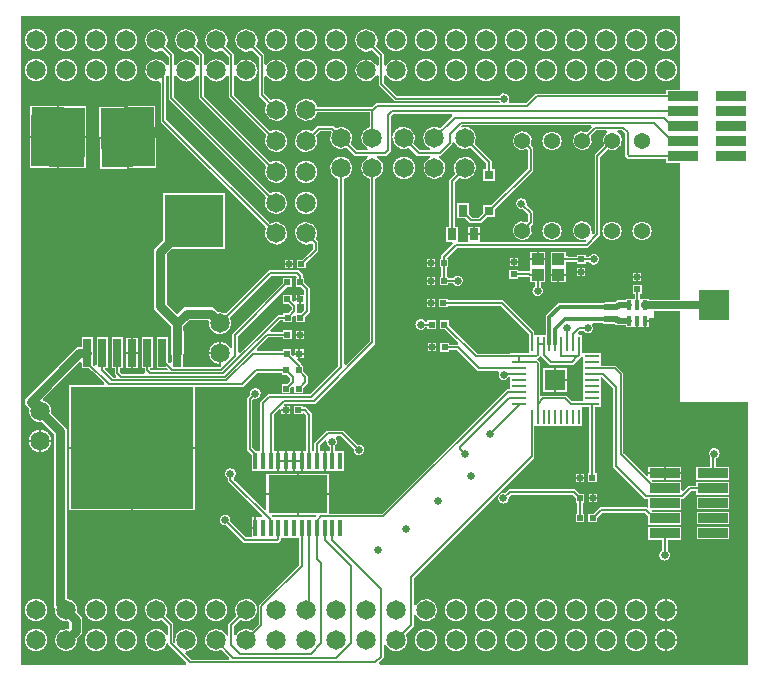
<source format=gtl>
G04 ================== begin FILE IDENTIFICATION RECORD ==================*
G04 Layout Name:  BBB_cape_tape_out.brd*
G04 Film Name:    TOP*
G04 File Format:  Gerber RS274X*
G04 File Origin:  Cadence Allegro 16.6-P004*
G04 Origin Date:  Thu Sep 11 16:10:17 2014*
G04 *
G04 Layer:  VIA CLASS/TOP*
G04 Layer:  PIN/TOP*
G04 Layer:  ETCH/TOP*
G04 *
G04 Offset:    (0.00 0.00)*
G04 Mirror:    No*
G04 Mode:      Positive*
G04 Rotation:  0*
G04 FullContactRelief:  No*
G04 UndefLineWidth:     5.00*
G04 ================== end FILE IDENTIFICATION RECORD ====================*
%FSLAX25Y25*MOIN*%
%IR0*IPPOS*OFA0.00000B0.00000*MIA0B0*SFA1.00000B1.00000*%
%ADD28R,.1X.032*%
%AMMACRO16*
21,1,.19685,.17717,0.0,0.0,90.389*%
%ADD16MACRO16*%
%ADD12C,.026*%
%ADD22C,.054*%
%AMMACRO13*
21,1,.19685,.17717,0.0,0.0,89.79*%
%ADD13MACRO13*%
%ADD10C,.065*%
%ADD30R,.1X.1*%
%ADD25R,.01X.05*%
%ADD24R,.03X.03*%
%ADD20R,.05X.01*%
%ADD27R,.04X.04*%
%ADD11R,.41X.406*%
%ADD29R,.016X.032*%
%ADD26R,.07X.07*%
%ADD23R,.0315X.04*%
%ADD17R,.014X.058*%
%ADD21R,.019X.019*%
%ADD19R,.019X.019*%
%ADD18R,.198X.128*%
%ADD14R,.029X.093*%
%ADD15R,.19685X.17717*%
%ADD31C,.02*%
%ADD32C,.012*%
%ADD33C,.03*%
%ADD34C,.025*%
%ADD35C,.006*%
%ADD40R,.11004X.04204*%
%ADD37R,.03904X.10304*%
%ADD39C,.06404*%
%ADD36C,.07504*%
%ADD41R,.08004X.08004*%
%ADD38R,.02904X.02904*%
G75*
%LPD*%
G75*
G36*
G01X611300Y1592400D02*
Y1808700D01*
X831000D01*
Y1784002D01*
X826298D01*
Y1782802D01*
X782927D01*
X779727Y1779602D01*
X774108D01*
G02X773762Y1780201I1J400D01*
G03X770640Y1782002I-1562J899D01*
G01X736573D01*
X732302Y1786273D01*
Y1788613D01*
G02X733058Y1788795I400J0D01*
G03Y1792205I3342J1705D01*
G02X732302Y1792387I-356J182D01*
G01Y1795873D01*
X729615Y1798560D01*
X729687Y1798692D01*
G03X728208Y1797213I-3287J1808D01*
G01X728340Y1797285D01*
X730498Y1795127D01*
Y1792387D01*
G02X729742Y1792205I-400J0D01*
G03Y1788795I-3342J-1705D01*
G02X730498Y1788613I356J-182D01*
G01Y1785527D01*
X735827Y1780198D01*
X770640D01*
G03X770828Y1779931I1562J900D01*
G02X770676Y1779602I-152J-129D01*
G01X729527D01*
X728227Y1778302D01*
X710045D01*
X710003Y1778446D01*
G03Y1776354I-3603J-1046D01*
G01X710045Y1776498D01*
X727498D01*
Y1771645D01*
X727354Y1771603D01*
G03X726695Y1764658I1046J-3603D01*
G02X726513Y1763902I-182J-356D01*
G01X723373D01*
X721215Y1766060D01*
X721287Y1766192D01*
G03X716062Y1771213I-3287J1808D01*
G01X715225Y1772050D01*
X710075D01*
X708240Y1770215D01*
X708108Y1770287D01*
G03X709587Y1768808I-1808J-3287D01*
G01X709515Y1768940D01*
X710821Y1770246D01*
X714479D01*
X714785Y1769940D01*
X714713Y1769808D01*
G03X719808Y1764713I3287J-1808D01*
G01X719940Y1764785D01*
X722627Y1762098D01*
X726513D01*
G02X726695Y1761342I0J-400D01*
G03X727354Y1754397I1705J-3342D01*
G01X727498Y1754355D01*
Y1700230D01*
X719584Y1692316D01*
G02X718902Y1692599I-282J283D01*
G01Y1754355D01*
X719046Y1754397D01*
G03X716954I-1046J3603D01*
G01X717098Y1754355D01*
Y1691973D01*
X707627Y1682502D01*
X693611D01*
X691082Y1679973D01*
Y1663702D01*
X689498D01*
X688426Y1664774D01*
Y1680551D01*
X688932Y1681057D01*
X689037Y1681035D01*
G03X687635Y1682437I363J1765D01*
G01X687657Y1682332D01*
X686622Y1681297D01*
Y1664028D01*
X688223Y1662427D01*
Y1656898D01*
X718777D01*
Y1663702D01*
X715918D01*
Y1665213D01*
G03X716220Y1667926I-1018J1487D01*
G02X716513Y1668598I293J272D01*
G01X718027D01*
X722157Y1664468D01*
X722135Y1664363D01*
G03X723537Y1665765I1765J-363D01*
G01X723432Y1665743D01*
X718773Y1670402D01*
X713127D01*
X708996Y1666271D01*
Y1663702D01*
X708240D01*
Y1676184D01*
X706223Y1678202D01*
X705152D01*
Y1678752D01*
X702248D01*
Y1675848D01*
X705152D01*
Y1676398D01*
X705477D01*
X706438Y1675438D01*
Y1663702D01*
X695444D01*
Y1675627D01*
X697366Y1677548D01*
G02X698048Y1677265I282J-283D01*
G01Y1675848D01*
X700952D01*
Y1678752D01*
X699052D01*
G02X698911Y1679093I0J200D01*
G01X699166Y1679348D01*
X709166D01*
X729302Y1699484D01*
Y1754355D01*
X729446Y1754397D01*
G03X730105Y1761342I-1046J3603D01*
G02X730287Y1762098I182J356D01*
G01X733073D01*
X734502Y1763527D01*
Y1775327D01*
X735173Y1775998D01*
X754858D01*
G02X755141Y1775316I0J-400D01*
G01X751040Y1771215D01*
X750908Y1771287D01*
G03X747395Y1764658I-1808J-3287D01*
G02X747213Y1763902I-182J-356D01*
G01X744173D01*
X742015Y1766060D01*
X742087Y1766192D01*
G03X740608Y1764713I-3287J1808D01*
G01X740740Y1764785D01*
X743427Y1762098D01*
X747213D01*
G02X747395Y1761342I0J-400D01*
G03X750805I1705J-3342D01*
G02X750987Y1762098I182J356D01*
G01X751173D01*
X755052Y1765977D01*
Y1766215D01*
G02X755813Y1766387I400J0D01*
G03X761138Y1764787I3388J1613D01*
G01X766398Y1759527D01*
Y1757602D01*
X765298D01*
Y1753598D01*
X769302D01*
Y1757602D01*
X768202D01*
Y1760273D01*
X762415Y1766060D01*
X762487Y1766192D01*
G03X758226Y1771623I-3287J1808D01*
G01X758115Y1771593D01*
X757891Y1771817D01*
X758273Y1772198D01*
X801258D01*
G02X801541Y1771516I0J-400D01*
G01X799935Y1769910D01*
G03X801210Y1768635I-1535J-2810D01*
G01X803073Y1770498D01*
X806404D01*
G02X806626Y1769766I0J-400D01*
G03X805525Y1765691I1774J-2666D01*
G01X805588Y1765563D01*
X802498Y1762473D01*
Y1736273D01*
X802180Y1735955D01*
G02X801509Y1736334I-283J283D01*
G03X799166Y1733991I-3109J766D01*
G02X799545Y1733320I96J-388D01*
G01X799477Y1733252D01*
X764436D01*
Y1738364D01*
X760284D01*
Y1733252D01*
X756956D01*
Y1738364D01*
X755782D01*
Y1753307D01*
X757262Y1754787D01*
G03X755913Y1756192I1939J3212D01*
G01X755985Y1756060D01*
X753978Y1754053D01*
Y1738364D01*
X752804D01*
Y1733360D01*
X754970D01*
G02X755253Y1732678I0J-400D01*
G01X751398Y1728823D01*
Y1727752D01*
X750848D01*
Y1724848D01*
X751398D01*
Y1721752D01*
X750848D01*
Y1718848D01*
X753752D01*
Y1719498D01*
X755240D01*
G03Y1721302I1560J902D01*
G01X753752D01*
Y1721752D01*
X753202D01*
Y1724848D01*
X753752D01*
Y1727752D01*
X753202D01*
Y1728077D01*
X756573Y1731448D01*
X800223D01*
X804302Y1735527D01*
Y1761727D01*
X806863Y1764288D01*
X806991Y1764225D01*
G03X810174Y1769766I1409J2875D01*
G02X810396Y1770498I222J332D01*
G01X811627D01*
X812598Y1769527D01*
Y1762127D01*
X813727Y1760998D01*
X826298D01*
Y1759798D01*
X831000D01*
Y1714152D01*
X820602D01*
Y1714402D01*
X817602D01*
Y1716048D01*
X818152D01*
Y1718952D01*
X815248D01*
Y1716048D01*
X815798D01*
Y1714402D01*
X812798D01*
Y1713902D01*
X809837D01*
X809237Y1713302D01*
X806600D01*
G03X805960Y1713168I1J-1602D01*
G01X805922Y1713152D01*
X805148D01*
Y1712902D01*
X790372D01*
X786230Y1708760D01*
Y1702452D01*
X782428D01*
Y1703523D01*
X772049Y1713902D01*
X753552D01*
Y1714452D01*
X750648D01*
Y1711548D01*
X753552D01*
Y1712098D01*
X771303D01*
X780624Y1702777D01*
Y1702452D01*
X780524D01*
Y1696176D01*
X774248D01*
Y1696076D01*
X763399D01*
X753851Y1705623D01*
Y1707252D01*
X750948D01*
Y1704348D01*
X752577D01*
X757141Y1699784D01*
G02X756858Y1699102I-283J-282D01*
G01X753952D01*
Y1699652D01*
X751048D01*
Y1696748D01*
X753952D01*
Y1697298D01*
X756527D01*
X763490Y1690336D01*
X770193D01*
G02X770555Y1689766I0J-400D01*
G03X773824Y1688250I1631J-766D01*
G01X773878Y1688366D01*
X774248D01*
Y1684264D01*
X773177D01*
X731714Y1642802D01*
X713902D01*
Y1656102D01*
X693098D01*
Y1644269D01*
G02X692416Y1643986I-400J0D01*
G01X682254Y1654148D01*
G02X682276Y1654734I283J283D01*
G03X680198Y1654540I-1176J1366D01*
G01Y1653654D01*
X691667Y1642185D01*
G02X691384Y1641502I-283J-283D01*
G01X688223D01*
Y1634900D01*
X686274D01*
X681043Y1640132D01*
X681065Y1640237D01*
G03X679663Y1638835I-1765J363D01*
G01X679768Y1638857D01*
X685528Y1633098D01*
X697074D01*
X698004Y1634027D01*
Y1634698D01*
X703878D01*
Y1625753D01*
X690498Y1612373D01*
Y1606073D01*
X688240Y1603815D01*
X688108Y1603887D01*
G03X682958Y1602305I-1808J-3287D01*
G02X682202Y1602487I-356J182D01*
G01Y1605227D01*
X684362Y1607387D01*
G03X683013Y1608792I1939J3212D01*
G01X683085Y1608660D01*
X680398Y1605973D01*
Y1602487D01*
G02X679642Y1602305I-400J0D01*
G03X678108Y1597313I-3342J-1705D01*
G01X678240Y1597385D01*
X680841Y1594784D01*
G02X680558Y1594102I-283J-282D01*
G01X668073D01*
X666010Y1596165D01*
G02X666293Y1596848I283J283D01*
G03X662581Y1600101I7J3752D01*
G01X662594Y1600003D01*
X662383Y1599792D01*
X662102Y1600073D01*
Y1606073D01*
X659515Y1608660D01*
X659587Y1608792D01*
G03X658108Y1607313I-3287J1808D01*
G01X658240Y1607385D01*
X660298Y1605327D01*
Y1602671D01*
G02X659552Y1602472I-400J1D01*
G03X659906Y1599565I-3252J-1871D01*
G01X659948Y1599709D01*
X660298D01*
Y1599327D01*
X666542Y1593083D01*
G02X666259Y1592400I-283J-283D01*
G01X611300D01*
G37*
G36*
G01X694900Y1641502D02*
X694786Y1641616D01*
G02X695069Y1642298I283J282D01*
G01X709542D01*
G02X709825Y1641616I0J-400D01*
G01X709711Y1641502D01*
X694900D01*
G37*
G36*
G01X710800Y1663702D02*
Y1665525D01*
X712421Y1667146D01*
G02X713103Y1666834I283J-282D01*
G03X714114Y1665078I1797J-134D01*
G01Y1663702D01*
X710800D01*
G37*
G36*
G01X730841Y1592400D02*
G02X730558Y1593083I0J400D01*
G01X732202Y1594727D01*
Y1598713D01*
G02X732958Y1598895I400J0D01*
G03X739587Y1602408I3342J1705D01*
G01X739515Y1602540D01*
X742202Y1605227D01*
Y1608713D01*
G02X742958Y1608895I400J0D01*
G03Y1612305I3342J1705D01*
G02X742202Y1612487I-356J182D01*
G01Y1621227D01*
X782428Y1661453D01*
Y1672148D01*
X798276D01*
Y1678424D01*
X800648D01*
Y1656252D01*
X800248D01*
Y1653348D01*
X803152D01*
Y1656252D01*
X802602D01*
Y1656773D01*
X802452Y1656923D01*
Y1678424D01*
X804552D01*
Y1688366D01*
X804877D01*
X808598Y1684645D01*
Y1658427D01*
X819227Y1647798D01*
X820398D01*
Y1644925D01*
X820152Y1644823D01*
X820072Y1644902D01*
X804128D01*
X801977Y1642752D01*
X800348D01*
Y1639848D01*
X803252D01*
Y1641477D01*
X804874Y1643100D01*
X819326D01*
X820398Y1642027D01*
Y1639098D01*
X831402D01*
Y1643302D01*
X821673D01*
X821559Y1643416D01*
G02X821842Y1644098I283J282D01*
G01X831402D01*
Y1647798D01*
X832073D01*
X834573Y1650298D01*
X836398D01*
Y1649098D01*
X847402D01*
Y1653302D01*
X836398D01*
Y1652102D01*
X833827D01*
X832084Y1650359D01*
G02X831402Y1650642I-282J283D01*
G01Y1653302D01*
X821673D01*
X821559Y1653416D01*
G02X821842Y1654098I283J282D01*
G01X831402D01*
Y1658302D01*
X820398D01*
Y1655542D01*
G02X819716Y1655259I-400J0D01*
G01X812102Y1662873D01*
Y1689656D01*
X809619Y1692138D01*
X804552D01*
Y1696176D01*
X798276D01*
Y1702452D01*
X797249D01*
G02X796966Y1703135I0J400D01*
G01X797529Y1703698D01*
X798640D01*
G03X801655Y1705663I1560J902D01*
G02X801978Y1706298I323J235D01*
G01X805148D01*
Y1706048D01*
X805922D01*
X805960Y1706032D01*
G03X806600Y1705898I641J1468D01*
G01X809337D01*
X809737Y1705498D01*
X812798D01*
Y1704998D01*
X820602D01*
Y1708102D01*
X822398D01*
Y1710302D01*
X822598D01*
Y1710448D01*
X831000D01*
Y1680000D01*
X853700D01*
Y1592400D01*
X730841D01*
G37*
G36*
G01X794903Y1680328D02*
X793104Y1682126D01*
X784920D01*
X784737Y1681944D01*
G02X784396Y1682085I-141J141D01*
G01Y1693191D01*
X783303Y1694284D01*
X784478Y1695460D01*
X787465Y1692474D01*
X795198D01*
X797123Y1694398D01*
X797197D01*
X797865Y1695066D01*
G02X798548Y1694783I283J-283D01*
G01Y1680328D01*
X794903D01*
G37*
%LPC*%
G75*
G36*
G01X656230Y1757920D02*
X637510Y1757793D01*
X637370Y1778480D01*
X656090Y1778607D01*
X656230Y1757920D01*
G37*
G36*
G01X632998Y1778710D02*
X632922Y1758022D01*
X614202Y1758090D01*
X614278Y1778778D01*
X632998Y1778710D01*
G37*
G36*
G01X765298Y1745602D02*
X768027D01*
X780258Y1757832D01*
Y1763968D01*
X779935Y1764290D01*
G02X781275Y1765691I-1535J2810D01*
G01X781212Y1765563D01*
X782060Y1764714D01*
Y1757086D01*
X769302Y1744327D01*
Y1741598D01*
X766573D01*
X764609Y1739634D01*
X761022D01*
X759422Y1741234D01*
X756544D01*
Y1746238D01*
X760696D01*
Y1742509D01*
X761768Y1741438D01*
X763863D01*
X765298Y1742873D01*
Y1745602D01*
G37*
G36*
G01X779865Y1745737D02*
X779843Y1745632D01*
X782060Y1743414D01*
Y1739486D01*
X781212Y1738637D01*
X781275Y1738509D01*
G02X779935Y1739910I-2875J-1409D01*
G01X780258Y1740232D01*
Y1742668D01*
X778568Y1744357D01*
X778463Y1744335D01*
G02X779865Y1745737I-363J1765D01*
G37*
G36*
G01X710350Y1733425D02*
Y1730375D01*
X706152Y1726177D01*
Y1724548D01*
X703248D01*
Y1727452D01*
X704877D01*
X708546Y1731121D01*
Y1732679D01*
X708240Y1732985D01*
X708108Y1732913D01*
G02X709587Y1734392I-1808J3287D01*
G01X709515Y1734260D01*
X710350Y1733425D01*
G37*
G36*
G01X792902Y1726598D02*
Y1719898D01*
X787898D01*
Y1730102D01*
X792902D01*
Y1728502D01*
X793573D01*
X793673Y1728402D01*
X796548D01*
Y1728952D01*
X799452D01*
Y1728402D01*
X800640D01*
G02Y1726598I1560J-902D01*
G01X799452D01*
Y1726048D01*
X796548D01*
Y1726598D01*
X792902D01*
G37*
G36*
G01X784502Y1719898D02*
Y1718498D01*
G02X782698Y1718614I-1002J-1498D01*
G01Y1719898D01*
X781098D01*
Y1721498D01*
X780427D01*
X780227Y1721698D01*
X776952D01*
Y1721148D01*
X774048D01*
Y1724052D01*
X776952D01*
Y1723502D01*
X781098D01*
Y1730102D01*
X786102D01*
Y1719898D01*
X784502D01*
G37*
G36*
G01X746748Y1704898D02*
X746060D01*
G02Y1706702I-1560J902D01*
G01X746748D01*
Y1707252D01*
X749652D01*
Y1704348D01*
X746748D01*
Y1704898D01*
G37*
G36*
G01X694362Y1739413D02*
G02X693013Y1738008I1939J-3212D01*
G01X693085Y1738140D01*
X657798Y1773427D01*
Y1786470D01*
G03X657302Y1786858I-400J0D01*
G02X659742Y1792205I-902J3642D01*
G03X660498Y1792387I356J182D01*
G01Y1795127D01*
X658340Y1797285D01*
X658208Y1797213D01*
G02X659687Y1798692I-1808J3287D01*
G01X659615Y1798560D01*
X662302Y1795873D01*
Y1792387D01*
G03X663058Y1792205I400J0D01*
G02X669742I3342J-1705D01*
G03X670498Y1792387I356J182D01*
G01Y1795127D01*
X668340Y1797285D01*
X668208Y1797213D01*
G02X669687Y1798692I-1808J3287D01*
G01X669615Y1798560D01*
X672302Y1795873D01*
Y1792387D01*
G03X673058Y1792205I400J0D01*
G02X679742I3342J-1705D01*
G03X680498Y1792387I356J182D01*
G01Y1795127D01*
X678340Y1797285D01*
X678208Y1797213D01*
G02X679687Y1798692I-1808J3287D01*
G01X679615Y1798560D01*
X682302Y1795873D01*
Y1792387D01*
G03X683058Y1792205I400J0D01*
G02Y1788795I3342J-1705D01*
G03X682302Y1788613I-356J-182D01*
G01Y1782273D01*
X694362Y1770213D01*
G02X693013Y1768808I1939J-3212D01*
G01X693085Y1768940D01*
X680498Y1781527D01*
Y1788613D01*
G03X679742Y1788795I-400J0D01*
G02X673058I-3342J1705D01*
G03X672302Y1788613I-356J-182D01*
G01Y1781973D01*
X694362Y1759913D01*
G02X693013Y1758508I1939J-3212D01*
G01X693085Y1758640D01*
X670498Y1781227D01*
Y1788613D01*
G03X669742Y1788795I-400J0D01*
G02X663058I-3342J1705D01*
G03X662302Y1788613I-356J-182D01*
G01Y1781573D01*
X694262Y1749613D01*
G02X692913Y1748208I1939J-3212D01*
G01X692985Y1748340D01*
X660498Y1780827D01*
Y1788613D01*
G03X659742Y1788795I-400J0D01*
G02X659602Y1788543I-3348J1695D01*
G01Y1774173D01*
X694362Y1739413D01*
G37*
G36*
G01X694460Y1780615D02*
X694592Y1780687D01*
G02X693113Y1779208I1808J-3287D01*
G01X693185Y1779340D01*
X690598Y1781927D01*
Y1795027D01*
X688340Y1797285D01*
X688208Y1797213D01*
G02X689687Y1798692I-1808J3287D01*
G01X689615Y1798560D01*
X692402Y1795773D01*
Y1792571D01*
G03X693148Y1792372I400J1D01*
G02Y1788628I3252J-1872D01*
G03X692402Y1788429I-346J-200D01*
G01Y1782673D01*
X694460Y1780615D01*
G37*
G36*
G01X630002Y1601212D02*
G02X626912Y1604302I-3702J-612D01*
G01X627013Y1604285D01*
X627346Y1604618D01*
Y1606582D01*
X627013Y1606915D01*
X626912Y1606898D01*
G02X622598Y1611212I-612J3702D01*
G01X622615Y1611313D01*
X622298Y1611630D01*
Y1669330D01*
X618413Y1673215D01*
X618312Y1673198D01*
G02X613998Y1677512I-612J3702D01*
G01X614015Y1677613D01*
X612450Y1679178D01*
Y1681022D01*
X629880Y1698452D01*
X631448D01*
Y1701502D01*
X635352D01*
Y1697131D01*
X635365Y1697096D01*
G02Y1695604I-1965J-746D01*
G01X635352Y1695569D01*
Y1692473D01*
X635766Y1692059D01*
G03X636448Y1692342I282J283D01*
G01Y1701502D01*
X640352D01*
Y1691198D01*
X639302D01*
Y1690873D01*
X642073Y1688101D01*
X642758D01*
G03X643041Y1688784I0J400D01*
G01X642498Y1689327D01*
Y1691198D01*
X641448D01*
Y1701502D01*
X645352D01*
Y1691198D01*
X644302D01*
Y1690073D01*
X645073Y1689302D01*
X652358D01*
G03X652641Y1689984I0J400D01*
G01X652498Y1690127D01*
Y1691198D01*
X651448D01*
Y1701502D01*
X655352D01*
Y1691198D01*
X654302D01*
Y1690873D01*
X654673Y1690502D01*
X660118D01*
G03X660259Y1690843I0J200D01*
G01X659904Y1691198D01*
X656448D01*
Y1701502D01*
X660352D01*
Y1693300D01*
X660766Y1692886D01*
G03X661448Y1693169I282J283D01*
G01Y1695569D01*
X661435Y1695604D01*
G02X661298Y1696350I1965J746D01*
G01Y1702030D01*
X661198Y1702130D01*
Y1705430D01*
X655656Y1710973D01*
Y1731011D01*
X658456Y1733812D01*
Y1749560D01*
X679144D01*
Y1730840D01*
X661428D01*
X659858Y1729271D01*
Y1712713D01*
X663300Y1709272D01*
X665578Y1711550D01*
X675322D01*
X676887Y1709985D01*
X676988Y1710002D01*
G02X679408Y1709587I611J-3702D01*
G01X679540Y1709515D01*
X693877Y1723852D01*
X703773D01*
X705202Y1722423D01*
Y1721352D01*
X705751D01*
Y1719723D01*
X707452Y1718022D01*
Y1709878D01*
X705852Y1708277D01*
Y1706648D01*
X702948D01*
Y1708608D01*
G03X702266Y1708891I-400J0D01*
G01X701652Y1708277D01*
Y1706648D01*
X698748D01*
Y1707198D01*
X697573D01*
X694359Y1703984D01*
G03X694642Y1703301I283J-283D01*
G01X698548D01*
Y1703852D01*
X701452D01*
Y1700948D01*
X698548D01*
Y1701498D01*
X693575D01*
X689761Y1697684D01*
G03X690044Y1697002I283J-282D01*
G01X698448D01*
Y1697552D01*
X701351D01*
Y1695923D01*
X701966Y1695309D01*
G03X702648Y1695592I282J283D01*
G01Y1697552D01*
X705552D01*
Y1694648D01*
X703592D01*
G03X703309Y1693966I0J-400D01*
G01X704802Y1692473D01*
Y1691952D01*
X705351D01*
Y1690323D01*
X706952Y1688722D01*
Y1686278D01*
X705252Y1684577D01*
Y1682948D01*
X702348D01*
Y1684908D01*
G03X701666Y1685191I-400J0D01*
G01X701052Y1684577D01*
Y1682948D01*
X698148D01*
Y1685852D01*
X699777D01*
X700950Y1687024D01*
Y1687976D01*
X699877Y1689048D01*
X698248D01*
Y1689598D01*
X689973D01*
X685473Y1685098D01*
X669402D01*
Y1643898D01*
X627398D01*
Y1685501D01*
X638808D01*
G03X639091Y1686184I0J400D01*
G01X634077Y1691198D01*
X631448D01*
Y1693111D01*
G03X630766Y1693394I-400J0D01*
G01X618549Y1681177D01*
G03X618723Y1680510I283J-282D01*
G02X621402Y1676288I-1023J-3610D01*
G01X621385Y1676187D01*
X626502Y1671070D01*
Y1614351D01*
X626681Y1614333D01*
G02X630002Y1609988I-381J-3733D01*
G01X629985Y1609887D01*
X631550Y1608322D01*
Y1602878D01*
X629985Y1601313D01*
X630002Y1601212D01*
G37*
G36*
G01X847402Y1658302D02*
Y1654098D01*
X836398D01*
Y1658302D01*
X840998D01*
Y1661667D01*
G02X842941Y1661081I1402J1133D01*
G01X842802Y1661037D01*
Y1658302D01*
X847402D01*
G37*
G36*
G01X772463Y1649665D02*
X772568Y1649643D01*
X773878Y1650952D01*
X795822D01*
X797423Y1649352D01*
X799052D01*
Y1646448D01*
X798502D01*
Y1642752D01*
X799052D01*
Y1639848D01*
X796148D01*
Y1642752D01*
X796698D01*
Y1646448D01*
X796148D01*
Y1648077D01*
X795076Y1649150D01*
X774624D01*
X773843Y1648368D01*
X773865Y1648263D01*
G02X772463Y1649665I-1765J-363D01*
G37*
G36*
G01X826802Y1634098D02*
Y1630398D01*
G02X824998Y1630514I-1002J-1498D01*
G01Y1634098D01*
X820398D01*
Y1638302D01*
X831402D01*
Y1634098D01*
X826802D01*
G37*
G54D40*
X841900Y1636200D03*
Y1641200D03*
Y1646200D03*
G54D37*
X648400Y1696350D03*
G54D39*
X808400Y1737100D03*
X788400D03*
Y1767100D03*
X818400Y1737100D03*
G54D36*
X616300Y1610600D03*
Y1600600D03*
X617700Y1666900D03*
X626400Y1800500D03*
X616400D03*
X626400Y1790500D03*
X616400D03*
X646300Y1610600D03*
X636300D03*
X646300Y1600600D03*
X636300D03*
X646400Y1800500D03*
X636400D03*
X646400Y1790500D03*
X636400D03*
X676300Y1610600D03*
X666300D03*
X706300Y1756700D03*
X706200Y1746400D03*
X716400Y1800500D03*
X706400D03*
X696400D03*
X716400Y1790500D03*
X706400D03*
X738800Y1758000D03*
X746400Y1800500D03*
X736400D03*
X746400Y1790500D03*
X776400Y1800500D03*
X766400D03*
X756400D03*
X776400Y1790500D03*
X766400D03*
X756400D03*
X806400Y1800500D03*
X796400D03*
X786400D03*
X806400Y1790500D03*
X796400D03*
X786400D03*
X826400Y1800500D03*
X816400D03*
X826400Y1790500D03*
X816400D03*
X746300Y1600600D03*
X776300Y1610600D03*
X766300D03*
X756300D03*
X776300Y1600600D03*
X766300D03*
X756300D03*
X806300Y1610600D03*
X796300D03*
X786300D03*
X806300Y1600600D03*
X796300D03*
X786300D03*
X826300Y1610600D03*
X816300D03*
X826300Y1600600D03*
X816300D03*
G54D41*
X789400Y1687300D03*
G54D38*
X704200Y1702400D03*
X700500Y1726000D03*
X748300Y1698200D03*
X747900Y1713000D03*
X748100Y1726300D03*
Y1720300D03*
X775500Y1726800D03*
X798000Y1723300D03*
X816700Y1721700D03*
X801800Y1647900D03*
X797500Y1654800D03*
%LPD*%
G75*
G36*
G01X665352Y1691702D02*
Y1695569D01*
X665365Y1695604D01*
G03X665502Y1696350I-1965J746D01*
G01Y1703770D01*
X665402Y1703870D01*
Y1705430D01*
X667318Y1707346D01*
X673582D01*
X673915Y1707013D01*
X673898Y1706912D01*
G03X680887Y1708108I3702J-612D01*
G01X680815Y1708240D01*
X694623Y1722048D01*
X703027D01*
X703398Y1721677D01*
Y1721352D01*
X702848D01*
Y1718448D01*
X704477D01*
X705650Y1717276D01*
Y1715652D01*
X702848D01*
Y1713692D01*
G02X702166Y1713409I-400J0D01*
G01X701551Y1714023D01*
Y1715652D01*
X698648D01*
Y1712748D01*
X700277D01*
X701450Y1711576D01*
Y1710624D01*
X700377Y1709552D01*
X698748D01*
Y1709002D01*
X696827D01*
X684184Y1696359D01*
G02X683502Y1696642I-282J283D01*
G01Y1702027D01*
X699923Y1718448D01*
X701552D01*
Y1721352D01*
X698648D01*
Y1719723D01*
X681698Y1702773D01*
Y1698187D01*
G02X680942Y1698005I-400J0D01*
G03X677607Y1692548I-3342J-1705D01*
G02X677890Y1691865I0J-400D01*
G01X677727Y1691702D01*
X665352D01*
G37*
G36*
G01X703173Y1709798D02*
X703252Y1709878D01*
Y1712322D01*
X703168Y1712407D01*
G02X703309Y1712748I141J141D01*
G01X705650D01*
Y1710624D01*
X704577Y1709552D01*
X703275D01*
X703173Y1709798D01*
G37*
G54D10*
X626300Y1610600D03*
X616300D03*
X626300Y1600600D03*
X616300D03*
X617700Y1676900D03*
Y1666900D03*
X626400Y1800500D03*
X616400D03*
X626400Y1790500D03*
X616400D03*
X656300Y1610600D03*
X646300D03*
X636300D03*
X656300Y1600600D03*
X646300D03*
X636300D03*
X656400Y1800500D03*
X646400D03*
X636400D03*
X656400Y1790500D03*
X646400D03*
X636400D03*
X686300Y1610600D03*
X676300D03*
X666300D03*
X686300Y1600600D03*
X676300D03*
X666300D03*
X677600Y1696300D03*
Y1706300D03*
X686400Y1800500D03*
X676400D03*
X666400D03*
X686400Y1790500D03*
X676400D03*
X666400D03*
X716300Y1610600D03*
X706300D03*
X696300D03*
X716300Y1600600D03*
X706300D03*
X696300D03*
X706300Y1736200D03*
X696300D03*
X706300Y1767000D03*
X696300D03*
X706300Y1756700D03*
X696300D03*
X706200Y1746400D03*
X696200D03*
X718000Y1768000D03*
Y1758000D03*
X706400Y1777400D03*
X696400D03*
X716400Y1800500D03*
X706400D03*
X696400D03*
X716400Y1790500D03*
X706400D03*
X696400D03*
X746300Y1610600D03*
X736300D03*
X726300D03*
X746300Y1600600D03*
X736300D03*
X726300D03*
X738800Y1768000D03*
Y1758000D03*
X728400Y1768000D03*
Y1758000D03*
X749100Y1768000D03*
Y1758000D03*
X746400Y1800500D03*
X736400D03*
X726400D03*
X746400Y1790500D03*
X736400D03*
X726400D03*
X776300Y1610600D03*
X766300D03*
X756300D03*
X776300Y1600600D03*
X766300D03*
X756300D03*
X759200Y1768000D03*
Y1758000D03*
X776400Y1800500D03*
X766400D03*
X756400D03*
X776400Y1790500D03*
X766400D03*
X756400D03*
X806300Y1610600D03*
X796300D03*
X786300D03*
X806300Y1600600D03*
X796300D03*
X786300D03*
X806400Y1800500D03*
X796400D03*
X786400D03*
X806400Y1790500D03*
X796400D03*
X786400D03*
X826300Y1610600D03*
X816300D03*
X826300Y1600600D03*
X816300D03*
X826400Y1800500D03*
X816400D03*
X826400Y1790500D03*
X816400D03*
G54D11*
X648400Y1664700D03*
G54D20*
X777250Y1679426D03*
Y1681394D03*
Y1683363D03*
Y1685332D03*
Y1687300D03*
Y1689268D03*
Y1691237D03*
Y1693206D03*
Y1695174D03*
X801550Y1679426D03*
Y1695174D03*
Y1693206D03*
Y1691237D03*
Y1689268D03*
Y1687300D03*
Y1685332D03*
Y1683363D03*
Y1681394D03*
G54D21*
X775500Y1726800D03*
Y1722600D03*
X806600Y1707500D03*
Y1711700D03*
X798000Y1723300D03*
Y1727500D03*
X816700Y1721700D03*
Y1717500D03*
G54D30*
X842300Y1712300D03*
G54D12*
X616500Y1702000D03*
X618300Y1730700D03*
X616600Y1713900D03*
X618300Y1744000D03*
X656600Y1625300D03*
X648200Y1625100D03*
X639400Y1624900D03*
X648500Y1636900D03*
X641400Y1730300D03*
X647700Y1713800D03*
X633000Y1714100D03*
X641400Y1743500D03*
X683900Y1625700D03*
X674700Y1625400D03*
X665700Y1625300D03*
X664100Y1636900D03*
X679300Y1640600D03*
X681100Y1656100D03*
X689400Y1682800D03*
X719500Y1679300D03*
X714900Y1666700D03*
X702200Y1717100D03*
X750400Y1647100D03*
X739600Y1637800D03*
X730200Y1630700D03*
X723900Y1664000D03*
X729600Y1690000D03*
X736400Y1705200D03*
X741800Y1684200D03*
X744500Y1705800D03*
X736100Y1732100D03*
X772100Y1647900D03*
X764000Y1628000D03*
X776400D03*
X759300Y1662500D03*
X767700Y1669400D03*
X761400Y1655400D03*
X772186Y1689000D03*
X752500Y1684300D03*
X756800Y1720400D03*
X778100Y1746100D03*
X772200Y1781100D03*
X790400Y1659600D03*
X800200Y1704600D03*
X793300Y1704500D03*
X789400Y1687300D03*
X802200Y1727500D03*
X783500Y1717000D03*
X811800Y1752600D03*
X792900D03*
X825800Y1628900D03*
X823300Y1673700D03*
X833800Y1674400D03*
X842400Y1662800D03*
X823100Y1689200D03*
X815100Y1698500D03*
X846400Y1610700D03*
Y1597200D03*
Y1622800D03*
X845000Y1674500D03*
X847600Y1761800D03*
G54D31*
G01X806600Y1707500D02*
X810000D01*
X810400Y1707100D01*
X814100D01*
G01X806600Y1711700D02*
X809900D01*
X810500Y1712300D01*
X814100D01*
G54D13*
X623600Y1768400D03*
G54D22*
X778400Y1737100D03*
Y1767100D03*
X808400Y1737100D03*
X798400D03*
X788400D03*
Y1767100D03*
X798400D03*
X808400D03*
X818400Y1737100D03*
Y1767100D03*
G54D32*
G01X806600Y1711700D02*
X790870D01*
X787432Y1708262D01*
Y1699450D01*
G01X806600Y1707500D02*
X792450D01*
X789400Y1704450D01*
Y1699450D01*
G54D14*
X633400Y1696350D03*
X638400D03*
X643400D03*
X648400D03*
X653400D03*
X658400D03*
X663400D03*
G54D23*
X762360Y1735862D03*
X754880D03*
X758620Y1743736D03*
G54D33*
G01X626300Y1610600D02*
X629448Y1607452D01*
Y1603748D01*
X626300Y1600600D01*
G01X617700Y1676900D02*
X624400Y1670200D01*
Y1612500D01*
X626300Y1610600D01*
G01X633400Y1696350D02*
X630750D01*
X614552Y1680152D01*
Y1680048D01*
X617700Y1676900D01*
G01X668800Y1740200D02*
X667816D01*
X657757Y1730141D01*
Y1711843D01*
X663300Y1706300D01*
G01X663400Y1696350D02*
Y1702900D01*
X663300Y1703000D01*
Y1706300D01*
G01X677600D02*
X674452Y1709448D01*
X666448D01*
X663300Y1706300D01*
G54D15*
X668800Y1740200D03*
G54D24*
X767300Y1755600D03*
Y1743600D03*
G54D34*
G01X819300Y1712300D02*
X842300D01*
G54D25*
X797274Y1675150D03*
X795306D03*
X793337D03*
X791368D03*
X789400D03*
X787432D03*
X785463D03*
X783494D03*
X781526D03*
Y1699450D03*
X783494D03*
X785463D03*
X787432D03*
X789400D03*
X791368D03*
X793337D03*
X795306D03*
X797274D03*
G54D16*
X646800Y1768200D03*
G54D35*
G01X617700Y1662948D02*
Y1666900D01*
G01D02*
Y1670852D01*
G01X613748Y1666900D02*
X617700D01*
G01D02*
X621652D01*
G01X627198Y1664700D02*
X648400D01*
G01X614039Y1768435D02*
X623600Y1768400D01*
G01D02*
X633161Y1768365D01*
G01X623561Y1757855D02*
X623600Y1768400D01*
G01D02*
X623639Y1778945D01*
G01X656300Y1610600D02*
X661200Y1605700D01*
Y1599700D01*
X667700Y1593200D01*
X729400D01*
X731300Y1595100D01*
Y1617716D01*
X715016Y1634000D01*
Y1638100D01*
G01X648400Y1643698D02*
Y1664700D01*
G01D02*
X669602D01*
G01X648400Y1690998D02*
Y1696350D01*
G01D02*
Y1701702D01*
G01X646248Y1696350D02*
X648400D01*
G01D02*
X650552D01*
G01X653400D02*
Y1690500D01*
X654300Y1689600D01*
X678700D01*
X697200Y1708100D01*
X700200D01*
G01X638400Y1696350D02*
Y1690500D01*
X641700Y1687200D01*
X679700D01*
X688600Y1696100D01*
X699900D01*
G01X699700Y1690500D02*
X689600D01*
X685100Y1686000D01*
X640550D01*
X633400Y1693150D01*
Y1696350D01*
G01X658400D02*
Y1693977D01*
X661577Y1690800D01*
X678100D01*
X682600Y1695300D01*
Y1702400D01*
X700100Y1719900D01*
G01X643400Y1696350D02*
Y1689700D01*
X644700Y1688400D01*
X679202D01*
X693202Y1702400D01*
X700000D01*
G01X646728Y1778745D02*
X646800Y1768200D01*
G01D02*
X646872Y1757655D01*
G01X637239Y1768135D02*
X646800Y1768200D01*
G01D02*
X656361Y1768265D01*
G01X696200Y1746400D02*
X661400Y1781200D01*
Y1795500D01*
X656400Y1800500D01*
G01X696300Y1736200D02*
X658700Y1773800D01*
Y1788200D01*
X656400Y1790500D01*
G01X676300Y1600600D02*
X682100Y1594800D01*
X716370D01*
X721300Y1599730D01*
Y1625157D01*
X712457Y1634000D01*
Y1638100D01*
G01X686300Y1600600D02*
X691400Y1605700D01*
Y1612000D01*
X704780Y1625380D01*
Y1638100D01*
G01X686300Y1610600D02*
X681300Y1605600D01*
Y1599000D01*
X684200Y1596100D01*
X707900D01*
X711300Y1599500D01*
Y1626400D01*
X709898Y1627802D01*
Y1638100D01*
G01X689425D02*
Y1641702D01*
G01X688023Y1638100D02*
X689425D01*
G01X694543D02*
Y1640584D01*
X681100Y1654027D01*
Y1656100D01*
G01X679300Y1640600D02*
X685901Y1633999D01*
X696701D01*
X697102Y1634400D01*
Y1638100D01*
G01X689425Y1660300D02*
Y1662500D01*
X687524Y1664401D01*
Y1680924D01*
X689400Y1682800D01*
G01X677600Y1706300D02*
X694250Y1722950D01*
X703400D01*
X704300Y1722050D01*
Y1719900D01*
G01X677600Y1692348D02*
Y1696300D01*
G01D02*
Y1700252D01*
G01X673648Y1696300D02*
X677600D01*
G01X696300Y1756700D02*
X671400Y1781600D01*
Y1795500D01*
X666400Y1800500D01*
G01X696300Y1767000D02*
X681400Y1781900D01*
Y1795500D01*
X676400Y1800500D01*
G01X696400Y1777400D02*
X691500Y1782300D01*
Y1795400D01*
X686400Y1800500D01*
G01X706300Y1610600D02*
X707339Y1611639D01*
Y1638100D01*
G01X777250Y1683363D02*
X773550D01*
X732087Y1641900D01*
X711384D01*
X709898Y1640414D01*
Y1638100D01*
G01X703500Y1642098D02*
Y1649200D01*
G01D02*
Y1656302D01*
G01X692898Y1649200D02*
X703500D01*
G01D02*
X714102D01*
G01X709898Y1660300D02*
Y1665898D01*
X713500Y1669500D01*
X718400D01*
X723900Y1664000D01*
G01X707339Y1660300D02*
Y1675811D01*
X705850Y1677300D01*
X703700D01*
G01X702220Y1660300D02*
X704780D01*
G01X699661D02*
X702220D01*
G01X697102D02*
X699661D01*
G01X699500Y1675648D02*
Y1677300D01*
G01D02*
Y1678952D01*
G01X697848Y1677300D02*
X699500D01*
G01D02*
X701152D01*
G01X712457Y1656698D02*
Y1660300D01*
G01D02*
Y1663902D01*
G01X704780Y1656698D02*
Y1660300D01*
G01D02*
Y1663902D01*
G01X702220Y1656698D02*
Y1660300D01*
G01D02*
Y1663902D01*
G01X699661Y1656698D02*
Y1660300D01*
G01D02*
Y1663902D01*
G01X697102Y1656698D02*
Y1660300D01*
G01D02*
Y1663902D01*
G01X715016Y1660300D02*
Y1666584D01*
X714900Y1666700D01*
G01X694543Y1660300D02*
Y1676000D01*
X698793Y1680250D01*
X708793D01*
X728400Y1699857D01*
Y1758000D01*
G01X718000D02*
Y1691600D01*
X708000Y1681600D01*
X693984D01*
X691984Y1679600D01*
Y1660300D01*
G01X704300Y1719900D02*
X706551Y1717649D01*
Y1710251D01*
X704400Y1708100D01*
G01X704200Y1700748D02*
Y1702400D01*
G01D02*
Y1704052D01*
G01X702548Y1702400D02*
X704200D01*
G01D02*
X705852D01*
G01X704100Y1694448D02*
Y1696100D01*
G01D02*
Y1697752D01*
G01X702448Y1696100D02*
X704100D01*
G01D02*
X705752D01*
G01X700100Y1714200D02*
X702351Y1711949D01*
Y1710251D01*
X700200Y1708100D01*
G01X703900Y1690500D02*
Y1692100D01*
X699900Y1696100D01*
G01X703800Y1684400D02*
X706051Y1686651D01*
Y1688349D01*
X703900Y1690500D01*
G01X699700D02*
X701851Y1688349D01*
Y1686651D01*
X699600Y1684400D01*
G01X704300Y1714200D02*
Y1715000D01*
X702200Y1717100D01*
G01X700500Y1724348D02*
Y1726000D01*
G01D02*
Y1727652D01*
G01X698848Y1726000D02*
X700500D01*
G01D02*
X702152D01*
G01X704300Y1712548D02*
Y1714200D01*
G01X702648D02*
X704300D01*
G01X706300Y1736200D02*
X709448Y1733052D01*
Y1730748D01*
X704700Y1726000D01*
G01X831800Y1776900D02*
X734800D01*
X733600Y1775700D01*
Y1763900D01*
X732700Y1763000D01*
X723000D01*
X718000Y1768000D01*
G01D02*
X714852Y1771148D01*
X710448D01*
X706300Y1767000D01*
G01X728400Y1777400D02*
X706400D01*
G01X736300Y1600600D02*
X741300Y1605600D01*
Y1621600D01*
X781526Y1661826D01*
Y1675150D01*
G01X748300Y1696548D02*
Y1698200D01*
G01D02*
Y1699852D01*
G01X746648Y1698200D02*
X748300D01*
G01D02*
X749952D01*
G01X744500Y1705800D02*
X748200D01*
G01X748100Y1718648D02*
Y1720300D01*
G01D02*
Y1721952D01*
G01X746448Y1720300D02*
X748100D01*
G01D02*
X749752D01*
G01X748100Y1724648D02*
Y1726300D01*
G01D02*
Y1727952D01*
G01X746448Y1726300D02*
X748100D01*
G01D02*
X749752D01*
G01X747900Y1711348D02*
Y1713000D01*
G01D02*
Y1714652D01*
G01X746248Y1713000D02*
X747900D01*
G01D02*
X749552D01*
G01X831800Y1766900D02*
X828400D01*
X822200Y1773100D01*
X757900D01*
X754150Y1769350D01*
Y1766350D01*
X750800Y1763000D01*
X743800D01*
X738800Y1768000D01*
G01X831800Y1771900D02*
X828400D01*
X825500Y1774800D01*
X755900D01*
X749100Y1768000D01*
G01X728400D02*
Y1777400D01*
G01X772200Y1781100D02*
X736200D01*
X731400Y1785900D01*
Y1795500D01*
X726400Y1800500D01*
G01X831800Y1781900D02*
X783300D01*
X780100Y1778700D01*
X729900D01*
X728600Y1777400D01*
X728400D01*
G01X772100Y1647900D02*
X774251Y1650051D01*
X795449D01*
X797600Y1647900D01*
G01X777250Y1681394D02*
X773794D01*
X757531Y1665131D01*
Y1664269D01*
X759300Y1662500D01*
G01X777250Y1679426D02*
Y1678950D01*
X767700Y1669400D01*
G01X781526Y1699450D02*
Y1703150D01*
X771676Y1713000D01*
X752100D01*
G01X777250Y1689268D02*
X772454D01*
X772186Y1689000D01*
G01X777250Y1691237D02*
X763863D01*
X756900Y1698200D01*
X752500D01*
G01X783494Y1679426D02*
Y1692818D01*
X783106Y1693206D01*
X777250D01*
G01Y1695174D02*
X763026D01*
X752400Y1705800D01*
G01X777250Y1693206D02*
Y1695174D01*
G01X783494Y1699450D02*
Y1695750D01*
X782918Y1695174D01*
X777250D01*
G01X775500Y1722600D02*
X780600D01*
X780800Y1722400D01*
X783600D01*
G01X762360Y1735862D02*
Y1738564D01*
G01X760083Y1735862D02*
X762360D01*
G01D02*
X764637D01*
G01X775500Y1725148D02*
Y1726800D01*
G01D02*
Y1728452D01*
G01X773848Y1726800D02*
X775500D01*
G01D02*
X777152D01*
G01X778400Y1737100D02*
X781159Y1739859D01*
Y1743041D01*
X778100Y1746100D01*
G01X752300Y1720400D02*
Y1726300D01*
G01Y1720300D02*
Y1720400D01*
G01D02*
X756800D01*
G01X752300Y1726300D02*
Y1728450D01*
X756200Y1732350D01*
X799850D01*
X803400Y1735900D01*
Y1762100D01*
X808400Y1767100D01*
G01X759200Y1758000D02*
X754880Y1753680D01*
Y1735862D01*
G01X759200Y1768000D02*
X767300Y1759900D01*
Y1755600D01*
G01Y1743600D02*
X764236Y1740536D01*
X761395D01*
X758620Y1743311D01*
Y1743736D01*
G01X767300Y1743600D02*
X781159Y1757459D01*
Y1764341D01*
X778400Y1767100D01*
G01X797600Y1647900D02*
Y1641300D01*
G01X825900Y1641200D02*
X822500D01*
X819699Y1644001D01*
X804501D01*
X801800Y1641300D01*
G01Y1646248D02*
Y1647900D01*
G01D02*
Y1649552D01*
G01X800148Y1647900D02*
X801800D01*
G01D02*
X803452D01*
G01X801550Y1689268D02*
X805250D01*
X809500Y1685018D01*
Y1658800D01*
X819600Y1648700D01*
X831700D01*
X834200Y1651200D01*
X841900D01*
G01X783494Y1679426D02*
Y1675150D01*
G01X801700Y1654800D02*
Y1656400D01*
X801550Y1656550D01*
Y1679426D01*
G01D02*
X794530D01*
X792731Y1681225D01*
X785293D01*
X783494Y1679426D01*
G01X797500Y1653148D02*
Y1654800D01*
G01D02*
Y1656452D01*
G01X795848Y1654800D02*
X797500D01*
G01D02*
X799152D01*
G01X800200Y1704600D02*
X797156D01*
X795306Y1702750D01*
Y1699450D01*
G01X793337D02*
Y1704463D01*
X793300Y1704500D01*
G01X791368Y1699450D02*
Y1695300D01*
G01X785463Y1699450D02*
X783494D01*
G01X791368Y1695300D02*
X796750D01*
X794825Y1693375D01*
X787838D01*
X785463Y1695750D01*
Y1699450D01*
G01X791368Y1695300D02*
X796824D01*
X797274Y1695750D01*
Y1699450D01*
G01X801550Y1691237D02*
X809246D01*
X811200Y1689283D01*
Y1662500D01*
X822500Y1651200D01*
X825900D01*
G01X789400Y1687300D02*
X789300D01*
G01X789400Y1683098D02*
Y1687300D01*
G01D02*
Y1691502D01*
G01Y1687300D02*
X793602D01*
G01X798000Y1727500D02*
X793300D01*
X793200Y1727600D01*
X790400D01*
G01X802200Y1727500D02*
X798000D01*
G01X783500Y1717000D02*
X783600Y1717100D01*
Y1722400D01*
G01X798000Y1721648D02*
Y1723300D01*
G01D02*
Y1724952D01*
G01X796348Y1723300D02*
X798000D01*
G01D02*
X799652D01*
G01X790400Y1719698D02*
Y1722400D01*
G01X787698D02*
X790400D01*
G01D02*
X793102D01*
G01X783600Y1727600D02*
Y1730302D01*
G01X780898Y1727600D02*
X783600D01*
G01D02*
X786302D01*
G01X831800Y1761900D02*
X814100D01*
X813500Y1762500D01*
Y1769900D01*
X812000Y1771400D01*
X802700D01*
X798400Y1767100D01*
G01X826300Y1596648D02*
Y1600600D01*
G01D02*
Y1604552D01*
G01X822348Y1600600D02*
X826300D01*
G01D02*
X830252D01*
G01X826300Y1606648D02*
Y1610600D01*
G01D02*
Y1614552D01*
G01X822348Y1610600D02*
X826300D01*
G01D02*
X830252D01*
G01X825900Y1636200D02*
Y1629000D01*
X825800Y1628900D01*
G01X825900Y1653898D02*
Y1656200D01*
G01D02*
Y1658502D01*
G01X820198Y1656200D02*
X825900D01*
G01D02*
X831602D01*
G01X819300Y1704798D02*
Y1707100D01*
G01D02*
X820802D01*
G01X816700D02*
Y1704400D01*
G01Y1720048D02*
Y1721700D01*
G01D02*
Y1723352D01*
G01X815048Y1721700D02*
X816700D01*
G01D02*
X818352D01*
G01X816700Y1712300D02*
Y1717500D01*
G01X841900Y1656200D02*
Y1662300D01*
X842400Y1662800D01*
G54D17*
X689425Y1638100D03*
Y1660300D03*
X717575Y1638100D03*
X715016D03*
X712457D03*
X709898D03*
X707339D03*
X704780D03*
X702220D03*
X699661D03*
X697102D03*
X694543D03*
X691984D03*
Y1660300D03*
X694543D03*
X697102D03*
X699661D03*
X702220D03*
X704780D03*
X707339D03*
X709898D03*
X712457D03*
X715016D03*
X717575D03*
G54D26*
X789400Y1687300D03*
G54D18*
X703500Y1649200D03*
G54D27*
X783600Y1727600D03*
X790400Y1722400D03*
Y1727600D03*
X783600Y1722400D03*
G54D19*
X703700Y1677300D03*
X699500D03*
X704100Y1696100D03*
X699900D03*
X699600Y1684400D03*
X703800D03*
X704400Y1708100D03*
X700200D03*
X700000Y1702400D03*
X704200D03*
X703900Y1690500D03*
X699700D03*
X700100Y1719900D03*
X704300D03*
X700100Y1714200D03*
X704300D03*
X704700Y1726000D03*
X700500D03*
X748200Y1705800D03*
X748300Y1698200D03*
X747900Y1713000D03*
X748100Y1726300D03*
Y1720300D03*
X752400Y1705800D03*
X752500Y1698200D03*
X752100Y1713000D03*
X752300Y1726300D03*
Y1720300D03*
X797600Y1641300D03*
X801800D03*
Y1647900D03*
X797600D03*
X797500Y1654800D03*
X801700D03*
G54D28*
X841900Y1636200D03*
X825900D03*
X841900Y1641200D03*
X825900D03*
X841900Y1646200D03*
X825900D03*
X841900Y1651200D03*
X825900D03*
X841900Y1656200D03*
X825900D03*
X831800Y1761900D03*
Y1766900D03*
Y1771900D03*
Y1776900D03*
Y1781900D03*
X847800Y1761900D03*
Y1766900D03*
Y1771900D03*
Y1776900D03*
Y1781900D03*
G54D29*
X819300Y1707100D03*
X816700D03*
X814100D03*
Y1712300D03*
X816700D03*
X819300D03*
M02*

</source>
